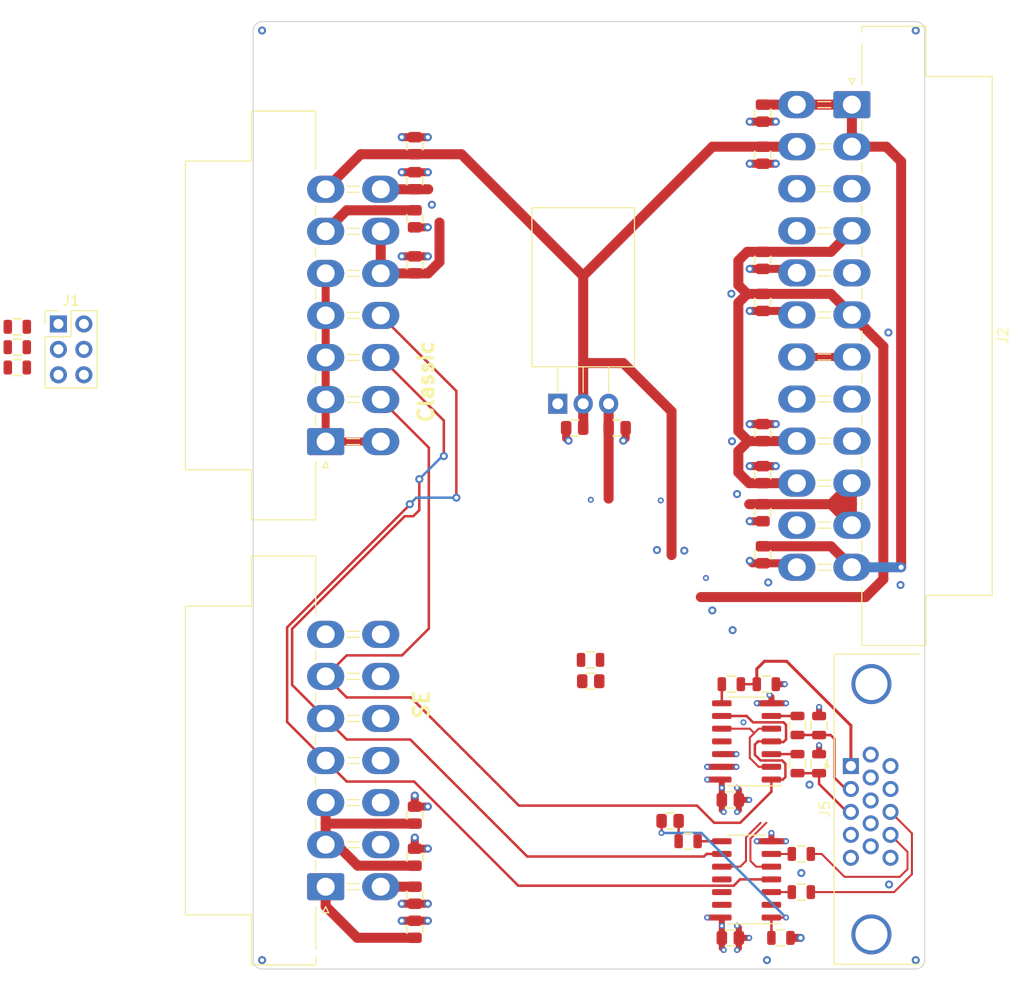
<source format=kicad_pcb>
(kicad_pcb (version 20221018) (generator pcbnew)
  (layers (0 "F.Cu" signal) (1 "In1.Cu" signal) (2 "In2.Cu" signal) (31 "B.Cu" signal) (34 "B.Paste" user) (35 "F.Paste" user) (36 "B.SilkS" user "B.Silkscreen") (37 "F.SilkS" user "F.Silkscreen") (38 "B.Mask" user) (39 "F.Mask" user) (44 "Edge.Cuts" user))
  (net 0 "")
  (net 1 "+12V")
  (net 2 "GND")
  (net 3 "+5V")
  (net 4 "+3V3")
  (net 5 "-12V")
  (net 6 "-5V")
  (net 7 "/HSx")
  (net 8 "/VSx")
  (net 9 "/PWR_OK")
  (net 10 "+5VP")
  (net 11 "Net-(C17-Pad1)")
  (net 12 "/HSf")
  (net 13 "/Ci")
  (net 14 "/HSi")
  (net 15 "/VSi")
  (net 16 "/Ro")
  (net 17 "/Go")
  (net 18 "/Bo")
  (net 19 "/HSo")
  (net 20 "/VSo")
  (net 21 "Net-(R4-Pad1)")
  (net 22 "Net-(R5-Pad1)")
  (net 23 "Net-(R6-Pad1)")
  (net 24 "Net-(R8-Pad1)")
  (net 25 "Net-(R10-Pad1)")
  (net 26 "/Cx")
  (net 30 "Net-(R12-Pad1)")
  (net 31 "/~{POR}")
  (net 32 "/~{PS_ON}")
  (net 33 "/AUDIO")
  (net 34 "/PBL")
  (footprint "stdpads:C_0805" (layer "F.Cu") (at 106.26 175.8315)
    (fp_text reference "C10")
    (fp_text value "10u")
  )
  (footprint "stdpads:TO-220-3_Horizontal_TabDown" (layer "F.Cu") (at 91.567 136.271)
    (fp_text reference "U1" hide)
    (fp_text value "LM7905_TO220")
  )
  (footprint "stdpads:PasteHole_1.152mm_NPTH" (layer "F.Cu") (at 61.2775 100.838)
    (fp_text reference "REF**")
    (fp_text value " " hide)
  )
  (footprint "stdpads:R_0805" (layer "F.Cu") (at 35.0545 128.5875 180)
    (fp_text reference "R1")
    (fp_text value "2k2")
  )
  (footprint "stdpads:C_0805" (layer "F.Cu") (at 74.75 177.35 90)
    (fp_text reference "C23")
    (fp_text value "10u")
  )
  (footprint "stdpads:C_0805" (layer "F.Cu") (at 109.5 147.15 -90)
    (fp_text reference "C2")
    (fp_text value "10u")
  )
  (footprint "stdpads:Molex_Mini-Fit_Jr_5569-14A1_2x07_P4.20mm_Horizontal" (layer "F.Cu") (at 65.85 171.9 90)
    (fp_text reference "J4" hide)
    (fp_text value "Classic")
  )
  (footprint "stdpads:C_0805" (layer "F.Cu") (at 74.75 110.499999 -90)
    (fp_text reference "C12")
    (fp_text value "10u")
  )
  (footprint "stdpads:R_0805" (layer "F.Cu") (at 109.8525 164.2745 180)
    (fp_text reference "R7")
    (fp_text value "130")
  )
  (footprint "stdpads:C_0805" (layer "F.Cu") (at 109.5 126.15 -90)
    (fp_text reference "C7")
    (fp_text value "10u")
  )
  (footprint "stdpads:C_0805" (layer "F.Cu") (at 106.26 189.611)
    (fp_text reference "C16")
    (fp_text value "10u")
  )
  (footprint "Connector_Molex:Molex_Mini-Fit_Jr_5569-24A1_2x12_P4.20mm_Horizontal" (layer "F.Cu") (at 118.4 106.4 -90)
    (fp_text reference "J2")
    (fp_text value "ATX")
  )
  (footprint "stdpads:C_0805" (layer "F.Cu") (at 109.5 143.35 90)
    (fp_text reference "C4")
    (fp_text value "10u")
  )
  (footprint "stdpads:C_0805" (layer "F.Cu") (at 74.75 181.55 90)
    (fp_text reference "C22")
    (fp_text value "10u")
  )
  (footprint "Connector_PinHeader_2.54mm:PinHeader_2x03_P2.54mm_Vertical" (layer "F.Cu") (at 39.16 128.3)
    (fp_text reference "J1")
    (fp_text value "XOR")
  )
  (footprint "stdpads:PasteHole_1.152mm_NPTH" (layer "F.Cu") (at 64.389 191.135)
    (fp_text reference "REF**")
    (fp_text value " " hide)
  )
  (footprint "stdpads:R_0805" (layer "F.Cu") (at 35.0545 132.6515 180)
    (fp_text reference "R2")
    (fp_text value "2k2")
  )
  (footprint "stdpads:R_0805" (layer "F.Cu") (at 106.36 164.2745)
    (fp_text reference "R6")
    (fp_text value "150")
  )
  (footprint "stdpads:R_0805" (layer "F.Cu") (at 113.3475 181.229)
    (fp_text reference "R5")
    (fp_text value "47")
  )
  (footprint "stdpads:C_0805" (layer "F.Cu") (at 100.247 177.927 180)
    (fp_text reference "C17")
    (fp_text value "1n")
  )
  (footprint "stdpads:C_0805" (layer "F.Cu") (at 74.75 122.4 90)
    (fp_text reference "C6")
    (fp_text value "10u")
  )
  (footprint "stdpads:R_0805" (layer "F.Cu") (at 112.9665 168.3995 -90)
    (fp_text reference "R8")
    (fp_text value "150")
  )
  (footprint "stdpads:C_0805" (layer "F.Cu") (at 109.5 111.45 90)
    (fp_text reference "C13")
    (fp_text value "10u")
  )
  (footprint "stdpads:PasteHole_1.152mm_NPTH" (layer "F.Cu") (at 119.5705 99.7585)
    (fp_text reference "REF**")
    (fp_text value " " hide)
  )
  (footprint "stdpads:C_0805" (layer "F.Cu") (at 90.717 138.684)
    (fp_text reference "C11")
    (fp_text value "10u")
  )
  (footprint "stdpads:R_0805" (layer "F.Cu") (at 92.3 161.85)
    (fp_text reference "R14")
    (fp_text value "22k")
  )
  (footprint "stdpads:R_0805" (layer "F.Cu") (at 115.1255 172.2145 -90)
    (fp_text reference "R11")
    (fp_text value "130")
  )
  (footprint "stdpads:SOIC-14_3.9mm" (layer "F.Cu") (at 107.8865 183.769 90)
    (fp_text reference "U2")
    (fp_text value "74LVC86AD")
  )
  (footprint "Connector_Dsub:DSUB-15-HD_Female_Horizontal_P2.29x1.98mm_EdgePinOffset3.03mm_Housed_MountingHolesOffset4.94mm" (layer "F.Cu") (at 118.299669 172.45 90)
    (fp_text reference "J5")
    (fp_text value "VGA")
  )
  (footprint "stdpads:R_0805" (layer "F.Cu") (at 115.1255 168.4045 -90)
    (fp_text reference "R9")
    (fp_text value "130")
  )
  (footprint "stdpads:R_0805" (layer "F.Cu") (at 112.9665 172.2095 -90)
    (fp_text reference "R10")
    (fp_text value "150")
  )
  (footprint "stdpads:PasteHole_1.152mm_NPTH" (layer "F.Cu") (at 123.952 189.2935)
    (fp_text reference "REF**")
    (fp_text value " " hide)
  )
  (footprint "stdpads:R_0805" (layer "F.Cu") (at 113.3475 185.039)
    (fp_text reference "R4")
    (fp_text value "47")
  )
  (footprint "stdpads:R_0805" (layer "F.Cu") (at 35.052 130.6215 180)
    (fp_text reference "R3")
    (fp_text value "2k2")
  )
  (footprint "stdpads:C_0805" (layer "F.Cu") (at 74.75 188.75 90)
    (fp_text reference "C19")
    (fp_text value "10u")
  )
  (footprint "stdpads:C_0805" (layer "F.Cu") (at 94.957 138.684 180)
    (fp_text reference "C14")
    (fp_text value "10u")
  )
  (footprint "stdpads:R_0805" (layer "F.Cu") (at 102.047 179.959 180)
    (fp_text reference "R12")
    (fp_text value "47")
  )
  (footprint "stdpads:C_0805" (layer "F.Cu") (at 109.5 107.25 -90)
    (fp_text reference "C9")
    (fp_text value "10u")
  )
  (footprint "stdpads:R_0805" (layer "F.Cu") (at 111.313 189.611 180)
    (fp_text reference "R13")
    (fp_text value "2k2")
  )
  (footprint "stdpads:C_0805" (layer "F.Cu") (at 109.5 121.95 -90)
    (fp_text reference "C5")
    (fp_text value "10u")
  )
  (footprint "stdpads:C_0805" (layer "F.Cu") (at 92.32039 163.978098)
    (fp_text reference "C18")
    (fp_text value "10u")
  )
  (footprint "stdpads:C_0805" (layer "F.Cu") (at 74.75 117.8 90)
    (fp_text reference "C15")
    (fp_text value "10u")
  )
  (footprint "stdpads:C_0805" (layer "F.Cu") (at 109.5 139.15 90)
    (fp_text reference "C3")
    (fp_text value "10u")
  )
  (footprint "stdpads:Molex_Mini-Fit_Jr_5569-14A1_2x07_P4.20mm_Horizontal" (layer "F.Cu") (at 65.85 127.45 90)
    (fp_text reference "J3" hide)
    (fp_text value "SE")
  )
  (footprint "stdpads:C_0805" (layer "F.Cu") (at 109.5 151.35 -90)
    (fp_text reference "C8")
    (fp_text value "10u")
  )
  (footprint "stdpads:C_0805" (layer "F.Cu") (at 74.75 114 90)
    (fp_text reference "C1")
    (fp_text value "10u")
  )
  (footprint "stdpads:SOIC-14_3.9mm" (layer "F.Cu") (at 107.8865 169.9895 90)
    (fp_text reference "U3")
    (fp_text value "74LVC86AD")
  )
  (footprint "stdpads:C_0805" (layer "F.Cu") (at 74.75 185.35 90)
    (fp_text reference "C20")
    (fp_text value "10u")
  )
  (gr_arc (start 125.6665 191.8335) (mid 125.406118 192.462118) (end 124.7775 192.7225) (stroke (width 0.1)) (layer "Edge.Cuts"))
  (gr_arc (start 124.7775 98.1075) (mid 125.406118 98.367882) (end 125.6665 98.9965) (stroke (width 0.1)) (layer "Edge.Cuts"))
  (gr_line (start 59.4995 98.1075) (end 124.7775 98.1075) (stroke (width 0.1)) (layer "Edge.Cuts"))
  (gr_arc (start 59.4995 192.7225) (mid 58.870882 192.462118) (end 58.6105 191.8335) (stroke (width 0.1)) (layer "Edge.Cuts"))
  (gr_line (start 59.4995 192.7225) (end 124.7775 192.7225) (stroke (width 0.1)) (layer "Edge.Cuts"))
  (gr_line (start 125.6665 191.8335) (end 125.6665 98.9965) (stroke (width 0.1)) (layer "Edge.Cuts"))
  (gr_arc (start 58.6105 98.9965) (mid 58.870882 98.367882) (end 59.4995 98.1075) (stroke (width 0.1)) (layer "Edge.Cuts"))
  (gr_line (start 58.6105 191.8335) (end 58.6105 98.9965) (stroke (width 0.1)) (layer "Edge.Cuts"))
  (gr_text "SE" (at 76.3 167.9 90) (layer "F.SilkS") (effects (font (size 1.5 1.5) (thickness 0.3) bold) (justify left bottom)))
  (gr_text "Classic" (at 76.75 138.3 90) (layer "F.SilkS") (effects (font (size 1.5 1.5) (thickness 0.3) bold) (justify left bottom)))
  (segment (start 117.15 146.3) (end 118.4 146.3) (width 1) (layer "F.Cu") (net 1))
  (segment (start 109.5 146.3) (end 116.3 146.3) (width 1) (layer "F.Cu") (net 1))
  (segment (start 116.3 146.3) (end 118.4 148.4) (width 1) (layer "F.Cu") (net 1))
  (segment (start 117.15 146.3) (end 117.9 147.05) (width 1) (layer "F.Cu") (net 1))
  (segment (start 116.3 146.3) (end 118.4 144.2) (width 1) (layer "F.Cu") (net 1))
  (segment (start 76.0945 114.85) (end 74.75 114.85) (width 1) (layer "F.Cu") (net 1))
  (segment (start 116.3 146.3) (end 117.15 146.3) (width 1) (layer "F.Cu") (net 1))
  (segment (start 118.4 144.2) (end 118.4 146.3) (width 1) (layer "F.Cu") (net 1))
  (segment (start 65.85 184.5) (end 65.85 186.45) (width 1) (layer "F.Cu") (net 1))
  (segment (start 109.5 146.3) (end 108.1445 146.3) (width 1) (layer "F.Cu") (net 1))
  (segment (start 74.75 114.85) (end 71.35 114.85) (width 1) (layer "F.Cu") (net 1))
  (segment (start 65.85 186.45) (end 69 189.6) (width 1) (layer "F.Cu") (net 1))
  (segment (start 69 189.6) (end 74.75 189.6) (width 1) (layer "F.Cu") (net 1))
  (segment (start 118.4 146.3) (end 118.4 148.4) (width 1) (layer "F.Cu") (net 1))
  (segment (start 117.15 146.3) (end 117.9 145.55) (width 1) (layer "F.Cu") (net 1))
  (segment (start 110.8025 164.2745) (end 111.6965 164.2745) (width 0.6) (layer "F.Cu") (net 2))
  (segment (start 95.807 139.7145) (end 95.5675 139.954) (width 0.8) (layer "F.Cu") (net 2))
  (segment (start 74.75 113.15) (end 76.05 113.15) (width 0.8) (layer "F.Cu") (net 2))
  (segment (start 105.4115 171.2595) (end 106.8705 171.2595) (width 0.6) (layer "F.Cu") (net 2))
  (segment (start 109.5 142.5) (end 108.2 142.5) (width 0.8) (layer "F.Cu") (net 2))
  (segment (start 109.5 138.3) (end 108.2 138.3) (width 0.8) (layer "F.Cu") (net 2))
  (segment (start 74.75 118.65) (end 76.05 118.65) (width 0.8) (layer "F.Cu") (net 2))
  (segment (start 107.11 176.862) (end 106.934 177.038) (width 0.6) (layer "F.Cu") (net 2))
  (segment (start 74.75 176.5) (end 74.75 175.4) (width 0.8) (layer "F.Cu") (net 2))
  (segment (start 107.11 189.611) (end 107.11 190.6415) (width 0.6) (layer "F.Cu") (net 2))
  (segment (start 109.5 108.1) (end 110.8 108.1) (width 0.8) (layer "F.Cu") (net 2))
  (segment (start 74.75 186.2) (end 73.45 186.2) (width 0.8) (layer "F.Cu") (net 2))
  (segment (start 110.3615 179.959) (end 111.8235 179.959) (width 0.6) (layer "F.Cu") (net 2))
  (segment (start 109.5 112.3) (end 110.8 112.3) (width 0.8) (layer "F.Cu") (net 2))
  (segment (start 110.3615 179.135) (end 110.363 179.1335) (width 0.6) (layer "F.Cu") (net 2))
  (segment (start 109.5 127) (end 108.2 127) (width 0.8) (layer "F.Cu") (net 2))
  (segment (start 110.3615 179.959) (end 110.3615 179.135) (width 0.6) (layer "F.Cu") (net 2))
  (segment (start 89.867 138.684) (end 89.867 139.7145) (width 0.8) (layer "F.Cu") (net 2))
  (segment (start 65.85 131.65) (end 65.85 127.45) (width 0.8) (layer "F.Cu") (net 2))
  (segment (start 110.3615 166.1795) (end 110.3615 165.543) (width 0.6) (layer "F.Cu") (net 2))
  (segment (start 65.85 135.85) (end 65.85 131.65) (width 0.8) (layer "F.Cu") (net 2))
  (segment (start 109.5 142.5) (end 110.8 142.5) (width 0.8) (layer "F.Cu") (net 2))
  (segment (start 74.75 180.7) (end 74.75 179.6) (width 0.8) (layer "F.Cu") (net 2))
  (segment (start 112.5 152.2) (end 112.9 152.6) (width 0.8) (layer "F.Cu") (net 2))
  (segment (start 71.35 140.05) (end 65.85 140.05) (width 0.8) (layer "F.Cu") (net 2))
  (segment (start 108.4485 152.2) (end 108.204 151.9555) (width 0.8) (layer "F.Cu") (net 2))
  (segment (start 112.5 127) (end 112.9 127.4) (width 0.8) (layer "F.Cu") (net 2))
  (segment (start 105.4115 172.5295) (end 103.9495 172.5295) (width 0.6) (layer "F.Cu") (net 2))
  (segment (start 65.85 140.05) (end 65.85 135.85) (width 0.8) (layer "F.Cu") (net 2))
  (segment (start 74.75 187.9) (end 76.05 187.9) (width 0.8) (layer "F.Cu") (net 2))
  (segment (start 115.1255 167.4545) (end 115.1255 166.5605) (width 0.6) (layer "F.Cu") (net 2))
  (segment (start 89.867 139.7145) (end 90.1065 139.954) (width 0.8) (layer "F.Cu") (net 2))
  (segment (start 109.5 127) (end 112.5 127) (width 0.8) (layer "F.Cu") (net 2))
  (segment (start 118.4 131.6) (end 112.9 131.6) (width 0.8) (layer "F.Cu") (net 2))
  (segment (start 109.5 122.8) (end 108.2 122.8) (width 0.8) (layer "F.Cu") (net 2))
  (segment (start 74.75 109.649999) (end 76.05 109.65) (width 0.8) (layer "F.Cu") (net 2))
  (segment (start 109.5 152.2) (end 112.5 152.2) (width 0.8) (layer "F.Cu") (net 2))
  (segment (start 65.85 123.25) (end 65.85 127.45) (width 0.8) (layer "F.Cu") (net 2))
  (segment (start 107.11 174.801) (end 106.934 174.625) (width 0.6) (layer "F.Cu") (net 2))
  (segment (start 74.75 180.7) (end 76.05 180.7) (width 0.8) (layer "F.Cu") (net 2))
  (segment (start 74.75 109.649999) (end 73.45 109.65) (width 0.8) (layer "F.Cu") (net 2))
  (segment (start 110.3615 166.1795) (end 111.8235 166.1795) (width 0.6) (layer "F.Cu") (net 2))
  (segment (start 112.5 122.8) (end 112.9 123.2) (width 0.8) (layer "F.Cu") (net 2))
  (segment (start 74.75 176.5) (end 76.05 176.5) (width 0.8) (layer "F.Cu") (net 2))
  (segment (start 109.5 112.3) (end 108.2 112.3) (width 0.8) (layer "F.Cu") (net 2))
  (segment (start 110.3615 165.543) (end 110.1725 165.354) (width 0.6) (layer "F.Cu") (net 2))
  (segment (start 107.11 189.611) (end 108.1405 189.611) (width 0.6) (layer "F.Cu") (net 2))
  (segment (start 110.3615 179.959) (end 108.9025 179.959) (width 0.6) (layer "F.Cu") (net 2))
  (segment (start 74.75 187.9) (end 73.45 187.9) (width 0.8) (layer "F.Cu") (net 2))
  (segment (start 109.5 138.3) (end 110.8 138.3) (width 0.8) (layer "F.Cu") (net 2))
  (segment (start 107.11 175.8315) (end 108.1405 175.8315) (width 0.6) (layer "F.Cu") (net 2))
  (segment (start 109.5 152.2) (end 108.4485 152.2) (width 0.8) (layer "F.Cu") (net 2))
  (segment (start 107.11 175.8315) (end 107.11 176.862) (width 0.6) (layer "F.Cu") (net 2))
  (segment (start 95.807 138.684) (end 95.807 139.7145) (width 0.8) (layer "F.Cu") (net 2))
  (segment (start 107.11 189.611) (end 107.11 188.5805) (width 0.6) (layer "F.Cu") (net 2))
  (segment (start 105.4115 172.5295) (end 106.8705 172.5295) (width 0.6) (layer "F.Cu") (net 2))
  (segment (start 109.5 122.8) (end 112.5 122.8) (width 0.8) (layer "F.Cu") (net 2))
  (segment (start 107.11 190.6415) (end 106.934 190.8175) (width 0.6) (layer "F.Cu") (net 2))
  (segment (start 109.5 148) (end 108.2 148) (width 0.8) (layer "F.Cu") (net 2))
  (segment (start 74.75 186.2) (end 76.05 186.2) (width 0.8) (layer "F.Cu") (net 2))
  (segment (start 74.75 121.55) (end 76.05 121.55) (width 0.8) (layer "F.Cu") (net 2))
  (segment (start 74.75 121.55) (end 73.45 121.55) (width 0.8) (layer "F.Cu") (net 2))
  (segment (start 107.11 175.8315) (end 107.11 174.801) (width 0.6) (layer "F.Cu") (net 2))
  (segment (start 109.5 108.1) (end 108.2 108.1) (width 0.8) (layer "F.Cu") (net 2))
  (segment (start 110.3615 166.1795) (end 108.9025 166.1795) (width 0.6) (layer "F.Cu") (net 2))
  (segment (start 74.75 113.15) (end 73.45 113.15) (width 0.8) (layer "F.Cu") (net 2))
  (segment (start 115.1255 171.2645) (end 115.1255 170.3705) (width 0.6) (layer "F.Cu") (net 2))
  (segment (start 107.11 188.5805) (end 106.934 188.4045) (width 0.6) (layer "F.Cu") (net 2))
  (via (at 108.1405 189.611) (size 0.6) (drill 0.3) (layers "F.Cu" "B.Cu") (net 2))
  (via (at 76.05 187.9) (size 0.8) (drill 0.4) (layers "F.Cu" "B.Cu") (net 2))
  (via (at 110.1725 165.354) (size 0.6) (drill 0.3) (layers "F.Cu" "B.Cu") (net 2))
  (via (at 59.4995 191.8335) (size 0.8) (drill 0.4) (layers "F.Cu" "B.Cu") (net 2))
  (via (at 122.047 129.159) (size 0.8) (drill 0.4) (layers "F.Cu" "B.Cu") (net 2))
  (via (at 110.8 142.5) (size 0.8) (drill 0.4) (layers "F.Cu" "B.Cu") (net 2))
  (via (at 108.2 122.8) (size 0.8) (drill 0.4) (layers "F.Cu" "B.Cu") (net 2))
  (via (at 111.8235 179.959) (size 0.6) (drill 0.3) (layers "F.Cu" "B.Cu") (net 2))
  (via (at 108.204 151.9555) (size 0.8) (drill 0.4) (layers "F.Cu" "B.Cu") (net 2))
  (via (at 106.8705 172.5295) (size 0.6) (drill 0.3) (layers "F.Cu" "B.Cu") (net 2))
  (via (at 110.363 179.1335) (size 0.6) (drill 0.3) (layers "F.Cu" "B.Cu") (net 2))
  (via (at 108.9025 179.959) (size 0.6) (drill 0.3) (layers "F.Cu" "B.Cu") (net 2))
  (via (at 101.6635 150.9395) (size 0.8) (drill 0.4) (layers "F.Cu" "B.Cu") (net 2))
  (via (at 110.0455 154.1145) (size 0.8) (drill 0.4) (layers "F.Cu" "B.Cu") (net 2))
  (via (at 73.45 186.2) (size 0.8) (drill 0.4) (layers "F.Cu" "B.Cu") (net 2))
  (via (at 106.934 174.625) (size 0.6) (drill 0.3) (layers "F.Cu" "B.Cu") (net 2))
  (via (at 124.7775 98.9965) (size 0.8) (drill 0.4) (layers "F.Cu" "B.Cu") (net 2))
  (via (at 99.314 145.923) (size 0.6) (drill 0.3) (layers "F.Cu" "B.Cu") (net 2))
  (via (at 108.2 127) (size 0.8) (drill 0.4) (layers "F.Cu" "B.Cu") (net 2))
  (via (at 106.934 177.038) (size 0.6) (drill 0.3) (layers "F.Cu" "B.Cu") (net 2))
  (via (at 106.934 190.8175) (size 0.6) (drill 0.3) (layers "F.Cu" "B.Cu") (net 2))
  (via (at 76.05 186.2) (size 0.8) (drill 0.4) (layers "F.Cu" "B.Cu") (net 2))
  (via (at 108.2 142.5) (size 0.8) (drill 0.4) (layers "F.Cu" "B.Cu") (net 2))
  (via (at 109.9185 191.8335) (size 0.8) (drill 0.4) (layers "F.Cu" "B.Cu") (net 2))
  (via (at 92.329 145.8595) (size 0.6) (drill 0.3) (layers "F.Cu" "B.Cu") (net 2))
  (via (at 106.8705 171.2595) (size 0.6) (drill 0.3) (layers "F.Cu" "B.Cu") (net 2))
  (via (at 74.75 179.6) (size 0.8) (drill 0.4) (layers "F.Cu" "B.Cu") (net 2))
  (via (at 108.2 148) (size 0.8) (drill 0.4) (layers "F.Cu" "B.Cu") (net 2))
  (via (at 73.45 187.9) (size 0.8) (drill 0.4) (layers "F.Cu" "B.Cu") (net 2))
  (via (at 106.4895 158.877) (size 0.8) (drill 0.4) (layers "F.Cu" "B.Cu") (net 2))
  (via (at 106.426 140.0175) (size 0.8) (drill 0.4) (layers "F.Cu" "B.Cu") (net 2))
  (via (at 108.2 112.3) (size 0.8) (drill 0.4) (layers "F.Cu" "B.Cu") (net 2))
  (via (at 76.05 109.65) (size 0.8) (drill 0.4) (layers "F.Cu" "B.Cu") (net 2))
  (via (at 108.2 108.1) (size 0.8) (drill 0.4) (layers "F.Cu" "B.Cu") (net 2))
  (via (at 73.45 121.55) (size 0.8) (drill 0.4) (layers "F.Cu" "B.Cu") (net 2))
  (via (at 95.5675 139.954) (size 0.8) (drill 0.4) (layers "F.Cu" "B.Cu") (net 2))
  (via (at 122.1105 184.277) (size 0.8) (drill 0.4) (layers "F.Cu" "B.Cu") (net 2))
  (via (at 115.1255 166.5605) (size 0.6) (drill 0.3) (layers "F.Cu" "B.Cu") (net 2))
  (via (at 76.05 113.15) (size 0.8) (drill 0.4) (layers "F.Cu" "B.Cu") (net 2))
  (via (at 108.2 138.3) (size 0.8) (drill 0.4) (layers "F.Cu" "B.Cu") (net 2))
  (via (at 106.934 188.4045) (size 0.6) (drill 0.3) (layers "F.Cu" "B.Cu") (net 2))
  (via (at 106.934 145.288) (size 0.8) (drill 0.4) (layers "F.Cu" "B.Cu") (net 2))
  (via (at 123.2535 154.3685) (size 0.8) (drill 0.4) (layers "F.Cu" "B.Cu") (net 2))
  (via (at 111.8235 166.1795) (size 0.6) (drill 0.3) (layers "F.Cu" "B.Cu") (net 2))
  (via (at 106.3625 125.2855) (size 0.8) (drill 0.4) (layers "F.Cu" "B.Cu") (net 2))
  (via (at 108.9025 166.1795) (size 0.6) (drill 0.3) (layers "F.Cu" "B.Cu") (net 2))
  (via (at 76.05 176.5) (size 0.8) (drill 0.4) (layers "F.Cu" "B.Cu") (net 2))
  (via (at 59.4995 98.9965) (size 0.8) (drill 0.4) (layers "F.Cu" "B.Cu") (net 2))
  (via (at 114.173 174.3075) (size 0.8) (drill 0.4) (layers "F.Cu" "B.Cu") (net 2))
  (via (at 90.1065 139.954) (size 0.8) (drill 0.4) (layers "F.Cu" "B.Cu") (net 2))
  (via (at 111.6965 164.2745) (size 0.6) (drill 0.3) (layers "F.Cu" "B.Cu") (net 2))
  (via (at 76.05 121.55) (size 0.8) (drill 0.4) (layers "F.Cu" "B.Cu") (net 2))
  (via (at 108.1405 175.8315) (size 0.6) (drill 0.3) (layers "F.Cu" "B.Cu") (net 2))
  (via (at 103.8225 153.67) (size 0.6) (drill 0.3) (layers "F.Cu" "B.Cu") (net 2))
  (via (at 110.8 108.1) (size 0.8) (drill 0.4) (layers "F.Cu" "B.Cu") (net 2))
  (via (at 76.05 180.7) (size 0.8) (drill 0.4) (layers "F.Cu" "B.Cu") (net 2))
  (via (at 124.7775 191.8335) (size 0.8) (drill 0.4) (layers "F.Cu" "B.Cu") (net 2))
  (via (at 110.8 138.3) (size 0.8) (drill 0.4) (layers "F.Cu" "B.Cu") (net 2))
  (via (at 110.8 112.3) (size 0.8) (drill 0.4) (layers "F.Cu" "B.Cu") (net 2))
  (via (at 74.75 175.4) (size 0.8) (drill 0.4) (layers "F.Cu" "B.Cu") (net 2))
  (via (at 103.9495 172.5295) (size 0.6) (drill 0.3) (layers "F.Cu" "B.Cu") (net 2))
  (via (at 76.05 118.65) (size 0.8) (drill 0.4) (layers "F.Cu" "B.Cu") (net 2))
  (via (at 113.3475 183.134) (size 0.8) (drill 0.4) (layers "F.Cu" "B.Cu") (net 2))
  (via (at 76.454 116.3955) (size 0.8) (drill 0.4) (layers "F.Cu" "B.Cu") (net 2))
  (via (at 98.933 150.876) (size 0.8) (drill 0.4) (layers "F.Cu" "B.Cu") (net 2))
  (via (at 73.45 113.15) (size 0.8) (drill 0.4) (layers "F.Cu" "B.Cu") (net 2))
  (via (at 104.4575 156.9085) (size 0.8) (drill 0.4) (layers "F.Cu" "B.Cu") (net 2))
  (via (at 107.569 168.0845) (size 0.6) (drill 0.3) (layers "F.Cu" "B.Cu") (net 2))
  (via (at 115.1255 170.3705) (size 0.6) (drill 0.3) (layers "F.Cu" "B.Cu") (net 2))
  (via (at 73.45 109.65) (size 0.8) (drill 0.4) (layers "F.Cu" "B.Cu") (net 2))
  (segment (start 119.761 155.575) (end 103.3145 155.575) (width 1) (layer "F.Cu") (net 3))
  (segment (start 71.35 123.25) (end 71.35 119.05) (width 1) (layer "F.Cu") (net 3))
  (segment (start 112.263 189.611) (end 113.284 189.611) (width 0.8) (layer "F.Cu") (net 3))
  (segment (start 74.75 178.2) (end 65.85 178.2) (width 1) (layer "F.Cu") (net 3))
  (segment (start 121.539 153.797) (end 119.761 155.575) (width 1) (layer "F.Cu") (net 3))
  (segment (start 109.5 121.1) (end 116.3 121.1) (width 1) (layer "F.Cu") (net 3))
  (segment (start 74.75 123.25) (end 71.35 123.25) (width 1) (layer "F.Cu") (net 3))
  (segment (start 76.0765 123.25) (end 74.75 123.25) (width 1) (layer "F.Cu") (net 3))
  (segment (start 69.05 182.4) (end 66.95 180.3) (width 1) (layer "F.Cu") (net 3))
  (segment (start 65.85 178.2) (end 65.85 176.1) (width 1) (layer "F.Cu") (net 3))
  (segment (start 65.85 180.3) (end 65.85 178.2) (width 1) (layer "F.Cu") (net 3))
  (segment (start 107.061 140.9985) (end 108.0595 140) (width 1) (layer "F.Cu") (net 3))
  (segment (start 109.5 140) (end 108.0595 140) (width 1) (layer "F.Cu") (net 3))
  (segment (start 121.539 130.539) (end 121.539 153.797) (width 1) (layer "F.Cu") (net 3))
  (segment (start 77.216 118.1735) (end 77.216 122.1105) (width 1) (layer "F.Cu") (net 3))
  (segment (start 116.3 125.3) (end 118.4 127.4) (width 1) (layer "F.Cu") (net 3))
  (segment (start 118.4 127.4) (end 121.539 130.539) (width 1) (layer "F.Cu") (net 3))
  (segment (start 77.216 122.1105) (end 76.0765 123.25) (width 1) (layer "F.Cu") (net 3))
  (segment (start 107.061 139.0015) (end 107.061 126.189) (width 1) (layer "F.Cu") (net 3))
  (segment (start 107.061 121.9835) (end 107.9445 121.1) (width 1) (layer "F.Cu") (net 3))
  (segment (start 109.5 144.2) (end 108.132 144.2) (width 1) (layer "F.Cu") (net 3))
  (segment (start 107.9445 121.1) (end 109.5 121.1) (width 1) (layer "F.Cu") (net 3))
  (segment (start 66.95 180.3) (end 65.85 180.3) (width 1) (layer "F.Cu") (net 3))
  (segment (start 107.061 143.129) (end 107.061 140.9985) (width 1) (layer "F.Cu") (net 3))
  (segment (start 74.75 182.4) (end 69.05 182.4) (width 1) (layer "F.Cu") (net 3))
  (segment (start 109.5 140) (end 112.9 140) (width 1) (layer "F.Cu") (net 3))
  (segment (start 112.9 144.2) (end 109.5 144.2) (width 1) (layer "F.Cu") (net 3))
  (segment (start 107.061 126.189) (end 107.95 125.3) (width 1) (layer "F.Cu") (net 3))
  (segment (start 109.5 125.3) (end 107.95 125.3) (width 1) (layer "F.Cu") (net 3))
  (segment (start 116.3 121.1) (end 118.4 119) (width 1) (layer "F.Cu") (net 3))
  (segment (start 108.0595 140) (end 107.061 139.0015) (width 1) (layer "F.Cu") (net 3))
  (segment (start 107.061 124.411) (end 107.061 121.9835) (width 1) (layer "F.Cu") (net 3))
  (segment (start 107.95 125.3) (end 107.061 124.411) (width 1) (layer "F.Cu") (net 3))
  (segment (start 108.132 144.2) (end 107.061 143.129) (width 1) (layer "F.Cu") (net 3))
  (segment (start 109.5 125.3) (end 116.3 125.3) (width 1) (layer "F.Cu") (net 3))
  (via (at 113.284 189.611) (size 0.8) (drill 0.4) (layers "F.Cu" "B.Cu") (net 3))
  (segment (start 109.5 150.5) (end 116.3 150.5) (width 1) (layer "F.Cu") (net 4))
  (segment (start 105.41 175.8315) (end 105.41 176.8475) (width 0.6) (layer "F.Cu") (net 4))
  (segment (start 105.41 189.611) (end 105.41 188.4045) (width 0.6) (layer "F.Cu") (net 4))
  (segment (start 105.4115 175.703) (end 105.41 175.7045) (width 0.6) (layer "F.Cu") (net 4))
  (segment (start 105.4115 187.579) (end 105.4115 188.403) (width 0.6) (layer "F.Cu") (net 4))
  (segment (start 105.4115 187.579) (end 103.9495 187.579) (width 0.6) (layer "F.Cu") (net 4))
  (segment (start 105.4115 173.7995) (end 103.9495 173.7995) (width 0.6) (layer "F.Cu") (net 4))
  (segment (start 123.317 112.0775) (end 121.8395 110.6) (width 1) (layer "F.Cu") (net 4))
  (segment (start 105.41 175.8315) (end 105.41 174.625) (width 0.6) (layer "F.Cu") (net 4))
  (segment (start 105.41 190.627) (end 105.6005 190.8175) (width 0.6) (layer "F.Cu") (net 4))
  (segment (start 105.41 176.8475) (end 105.6005 177.038) (width 0.6) (layer "F.Cu") (net 4))
  (segment (start 118.4 106.4) (end 112.9 106.4) (width 1) (layer "F.Cu") (net 4))
  (segment (start 105.4115 174.6235) (end 105.41 174.625) (width 0.6) (layer "F.Cu") (net 4))
  (segment (start 109.5 106.4) (end 112.9 106.4) (width 1) (layer "F.Cu") (net 4))
  (segment (start 105.41 189.611) (end 105.41 190.627) (width 0.6) (layer "F.Cu") (net 4))
  (segment (start 121.8395 110.6) (end 118.4 110.6) (width 1) (layer "F.Cu") (net 4))
  (segment (start 118.4 110.6) (end 118.4 106.4) (width 1) (layer "F.Cu") (net 4))
  (segment (start 105.4115 173.7995) (end 105.4115 174.6235) (width 0.6) (layer "F.Cu") (net 4))
  (segment (start 105.4115 188.403) (end 105.41 188.4045) (width 0.6) (layer "F.Cu") (net 4))
  (segment (start 123.317 152.6) (end 123.317 112.0775) (width 1) (layer "F.Cu") (net 4))
  (segment (start 116.3 150.5) (end 118.4 152.6) (width 1) (layer "F.Cu") (net 4))
  (via (at 123.317 152.6) (size 1) (drill 0.5) (layers "F.Cu" "B.Cu") (net 4))
  (via (at 103.9495 173.7995) (size 0.6) (drill 0.3) (layers "F.Cu" "B.Cu") (net 4))
  (via (at 105.6005 177.038) (size 0.6) (drill 0.3) (layers "F.Cu" "B.Cu") (net 4))
  (via (at 105.6005 190.8175) (size 0.6) (drill 0.3) (layers "F.Cu" "B.Cu") (net 4))
  (via (at 105.41 188.4045) (size 0.6) (drill 0.3) (layers "F.Cu" "B.Cu") (net 4))
  (via (at 105.41 174.625) (size 0.6) (drill 0.3) (layers "F.Cu" "B.Cu") (net 4))
  (via (at 103.9495 187.579) (size 0.6) (drill 0.3) (layers "F.Cu" "B.Cu") (net 4))
  (segment (start 123.317 152.6) (end 118.4 152.6) (width 1) (layer "B.Cu") (net 4))
  (segment (start 91.567 123.5075) (end 104.4745 110.6) (width 1) (layer "F.Cu") (net 5))
  (segment (start 95.5675 132.207) (end 100.3935 137.033) (width 1) (layer "F.Cu") (net 5))
  (segment (start 79.409499 111.349999) (end 74.75 111.349999) (width 1) (layer "F.Cu") (net 5))
  (segment (start 112.9 110.6) (end 109.5 110.6) (width 1) (layer "F.Cu") (net 5))
  (segment (start 69.350001 111.349999) (end 65.85 114.85) (width 1) (layer "F.Cu") (net 5))
  (segment (start 100.3935 137.033) (end 100.3935 151.384) (width 1) (layer "F.Cu") (net 5))
  (segment (start 74.75 111.349999) (end 69.350001 111.349999) (width 1) (layer "F.Cu") (net 5))
  (segment (start 91.567 132.207) (end 95.5675 132.207) (width 1) (layer "F.Cu") (net 5))
  (segment (start 91.567 136.271) (end 91.567 132.207) (width 1) (layer "F.Cu") (net 5))
  (segment (start 104.4745 110.6) (end 109.5 110.6) (width 1) (layer "F.Cu") (net 5))
  (segment (start 91.567 123.5075) (end 79.409499 111.349999) (width 1) (layer "F.Cu") (net 5))
  (segment (start 91.567 132.207) (end 91.567 123.5075) (width 1) (layer "F.Cu") (net 5))
  (segment (start 91.567 136.271) (end 91.567 138.684) (width 1) (layer "F.Cu") (net 5))
  (segment (start 74.75 184.5) (end 71.35 184.5) (width 1) (layer "F.Cu") (net 5))
  (segment (start 67.95 116.95) (end 65.85 119.05) (width 1) (layer "F.Cu") (net 6))
  (segment (start 74.75 116.95) (end 67.95 116.95) (width 1) (layer "F.Cu") (net 6))
  (segment (start 94.107 136.271) (end 94.107 138.684) (width 1) (layer "F.Cu") (net 6))
  (segment (start 94.107 138.684) (end 94.107 145.743) (width 1) (layer "F.Cu") (net 6))
  (segment (start 107.823 179.959) (end 107.823 179.578) (width 0.2) (layer "F.Cu") (net 7))
  (segment (start 107.823 181.9275) (end 107.823 179.959) (width 0.2) (layer "F.Cu") (net 7))
  (segment (start 107.823 179.578) (end 109.2835 178.1175) (width 0.2) (layer "F.Cu") (net 7))
  (segment (start 107.569 182.1815) (end 107.823 181.9275) (width 0.2) (layer "F.Cu") (net 7))
  (segment (start 105.4115 182.499) (end 107.2515 182.499) (width 0.2) (layer "F.Cu") (net 7))
  (segment (start 107.2515 182.499) (end 107.569 182.1815) (width 0.2) (layer "F.Cu") (net 7))
  (segment (start 108.2675 179.705) (end 109.855 178.1175) (width 0.2) (layer "F.Cu") (net 8))
  (segment (start 108.2675 179.7685) (end 108.2675 179.705) (width 0.2) (layer "F.Cu") (net 8))
  (segment (start 108.585 182.245) (end 108.2675 181.9275) (width 0.2) (layer "F.Cu") (net 8))
  (segment (start 108.839 182.499) (end 108.585 182.245) (width 0.2) (layer "F.Cu") (net 8))
  (segment (start 108.2675 181.9275) (end 108.2675 179.7685) (width 0.2) (layer "F.Cu") (net 8))
  (segment (start 110.3615 182.499) (end 108.839 182.499) (width 0.2) (layer "F.Cu") (net 8))
  (segment (start 101.097 179.959) (end 101.097 177.927) (width 0.25) (layer "F.Cu") (net 11))
  (segment (start 110.363 187.5805) (end 110.3615 187.579) (width 0.25) (layer "F.Cu") (net 12))
  (segment (start 99.397 179.119) (end 99.3825 179.1335) (width 0.25) (layer "F.Cu") (net 12))
  (segment (start 99.397 177.927) (end 99.397 179.119) (width 0.25) (layer "F.Cu") (net 12))
  (segment (start 110.363 189.611) (end 110.363 187.5805) (width 0.25) (layer "F.Cu") (net 12))
  (segment (start 110.3615 187.579) (end 111.8235 187.579) (width 0.25) (layer "F.Cu") (net 12))
  (via (at 111.8235 187.579) (size 0.6) (drill 0.3) (layers "F.Cu" "B.Cu") (net 12))
  (via (at 99.3825 179.1335) (size 0.6) (drill 0.3) (layers "F.Cu" "B.Cu") (net 12))
  (segment (start 99.3825 179.1335) (end 103.378 179.1335) (width 0.25) (layer "B.Cu") (net 12))
  (segment (start 103.378 179.1335) (end 111.8235 187.579) (width 0.25) (layer "B.Cu") (net 12))
  (segment (start 67.95 161.4) (end 65.85 163.5) (width 0.25) (layer "F.Cu") (net 13))
  (segment (start 111.8235 169.799) (end 111.5695 170.053) (width 0.25) (layer "F.Cu") (net 13))
  (segment (start 65.85 163.5) (end 67.95 165.6) (width 0.25) (layer "F.Cu") (net 13))
  (segment (start 107.8865 167.4495) (end 108.5215 168.0845) (width 0.25) (layer "F.Cu") (net 13))
  (segment (start 105.4115 167.4495) (end 107.8865 167.4495) (width 0.25) (layer "F.Cu") (net 13))
  (segment (start 111.4425 171.8945) (end 111.76 172.212) (width 0.25) (layer "F.Cu") (net 13))
  (segment (start 109.0295 169.9895) (end 108.712 170.307) (width 0.25) (layer "F.Cu") (net 13))
  (segment (start 111.5695 168.0845) (end 111.8235 168.3385) (width 0.25) (layer "F.Cu") (net 13))
  (segment (start 111.506 173.7995) (end 110.3615 173.7995) (width 0.25) (layer "F.Cu") (net 13))
  (segment (start 109.2835 171.8945) (end 111.4425 171.8945) (width 0.25) (layer "F.Cu") (net 13))
  (segment (start 67.95 165.6) (end 74.3505 165.6) (width 0.25) (layer "F.Cu") (net 13))
  (segment (start 110.3615 169.9895) (end 109.0295 169.9895) (width 0.25) (layer "F.Cu") (net 13))
  (segment (start 111.76 173.5455) (end 111.506 173.7995) (width 0.25) (layer "F.Cu") (net 13))
  (segment (start 111.76 172.212) (end 111.76 173.5455) (width 0.25) (layer "F.Cu") (net 13))
  (segment (start 108.712 171.323) (end 109.2835 171.8945) (width 0.25) (layer "F.Cu") (net 13))
  (segment (start 111.8235 168.3385) (end 111.8235 169.799) (width 0.25) (layer "F.Cu") (net 13))
  (segment (start 108.712 170.307) (end 108.712 171.323) (width 0.25) (layer "F.Cu") (net 13))
  (segment (start 71.35 135.85) (end 76.15 140.65) (width 0.25) (layer "F.Cu") (net 13))
  (segment (start 102.9335 176.403) (end 104.648 178.1175) (width 0.25) (layer "F.Cu") (net 13))
  (segment (start 104.648 178.1175) (end 107.2515 178.1175) (width 0.25) (layer "F.Cu") (net 13))
  (segment (start 76.15 140.65) (end 76.15 158.725) (width 0.25) (layer "F.Cu") (net 13))
  (segment (start 85.1535 176.403) (end 102.9335 176.403) (width 0.25) (layer "F.Cu") (net 13))
  (segment (start 108.5215 168.0845) (end 111.5695 168.0845) (width 0.25) (layer "F.Cu") (net 13))
  (segment (start 110.425 170.053) (end 110.3615 169.9895) (width 0.25) (layer "F.Cu") (net 13))
  (segment (start 107.2515 178.1175) (end 110.3615 175.0075) (width 0.25) (layer "F.Cu") (net 13))
  (segment (start 111.5695 170.053) (end 110.425 170.053) (width 0.25) (layer "F.Cu") (net 13))
  (segment (start 73.475 161.4) (end 67.95 161.4) (width 0.25) (layer "F.Cu") (net 13))
  (segment (start 76.15 158.725) (end 73.475 161.4) (width 0.25) (layer "F.Cu") (net 13))
  (segment (start 110.3615 175.0075) (end 110.3615 173.7995) (width 0.25) (layer "F.Cu") (net 13))
  (segment (start 74.3505 165.6) (end 85.1535 176.403) (width 0.25) (layer "F.Cu") (net 13))
  (segment (start 103.886 181.229) (end 105.4115 181.229) (width 0.25) (layer "F.Cu") (net 14))
  (segment (start 67.95 169.8) (end 74.296 169.8) (width 0.25) (layer "F.Cu") (net 14))
  (segment (start 62.5 158.75) (end 65.25 156) (width 0.25) (layer "F.Cu") (net 14))
  (segment (start 77.65 137.95) (end 77.65 141.5) (width 0.25) (layer "F.Cu") (net 14))
  (segment (start 85.979 181.483) (end 103.632 181.483) (width 0.25) (layer "F.Cu") (net 14))
  (segment (start 75.2 146.9) (end 75.2 143.8) (width 0.25) (layer "F.Cu") (net 14))
  (segment (start 74.6 147.5) (end 75.2 146.9) (width 0.25) (layer "F.Cu") (net 14))
  (segment (start 74.296 169.8) (end 85.979 181.483) (width 0.25) (layer "F.Cu") (net 14))
  (segment (start 71.35 131.65) (end 77.65 137.95) (width 0.25) (layer "F.Cu") (net 14))
  (segment (start 65.85 167.7) (end 62.5 164.35) (width 0.25) (layer "F.Cu") (net 14))
  (segment (start 65.25 156) (end 73.75 147.5) (width 0.25) (layer "F.Cu") (net 14))
  (segment (start 103.632 181.483) (end 103.886 181.229) (width 0.25) (layer "F.Cu") (net 14))
  (segment (start 73.75 147.5) (end 74.6 147.5) (width 0.25) (layer "F.Cu") (net 14))
  (segment (start 62.5 164.35) (end 62.5 158.75) (width 0.25) (layer "F.Cu") (net 14))
  (segment (start 65.85 167.7) (end 67.95 169.8) (width 0.25) (layer "F.Cu") (net 14))
  (via (at 75.2 143.8) (size 0.8) (drill 0.4) (layers "F.Cu" "B.Cu") (net 14))
  (via (at 77.65 141.5) (size 0.8) (drill 0.4) (layers "F.Cu" "B.Cu") (net 14))
  (segment (start 75.2 143.8) (end 77.5 141.5) (width 0.25) (layer "B.Cu") (net 14))
  (segment (start 77.5 141.5) (end 77.65 141.5) (width 0.25) (layer "B.Cu") (net 14))
  (segment (start 78.9 145.65) (end 78.9 135) (width 0.25) (layer "F.Cu") (net 15))
  (segment (start 62 168.05) (end 62 158.6) (width 0.25) (layer "F.Cu") (net 15))
  (segment (start 74.25 146.35) (end 74.25 146.3) (width 0.25) (layer "F.Cu") (net 15))
  (segment (start 62 158.6) (end 65.1 155.5) (width 0.25) (layer "F.Cu") (net 15))
  (segment (start 74.686 174) (end 85.086 184.4) (width 0.25) (layer "F.Cu") (net 15))
  (segment (start 65.85 171.9) (end 67.95 174) (width 0.25) (layer "F.Cu") (net 15))
  (segment (start 65.1 155.5) (end 74.25 146.35) (width 0.25) (layer "F.Cu") (net 15))
  (segment (start 67.95 174) (end 74.686 174) (width 0.25) (layer "F.Cu") (net 15))
  (segment (start 106.6 184.4) (end 107.231 183.769) (width 0.25) (layer "F.Cu") (net 15))
  (segment (start 78.9 135) (end 71.35 127.45) (width 0.25) (layer "F.Cu") (net 15))
  (segment (start 65.85 171.9) (end 62 168.05) (width 0.25) (layer "F.Cu") (net 15))
  (segment (start 85.086 184.4) (end 106.6 184.4) (width 0.25) (layer "F.Cu") (net 15))
  (segment (start 107.231 183.769) (end 110.3615 183.769) (width 0.25) (layer "F.Cu") (net 15))
  (via (at 74.25 146.3) (size 0.8) (drill 0.4) (layers "F.Cu" "B.Cu") (net 15))
  (via (at 78.9 145.65) (size 0.8) (drill 0.4) (layers "F.Cu" "B.Cu") (net 15))
  (segment (start 74.9 145.65) (end 78.9 145.65) (width 0.25) (layer "B.Cu") (net 15))
  (segment (start 74.25 146.3) (end 74.9 145.65) (width 0.25) (layer "B.Cu") (net 15))
  (segment (start 111.887 161.9885) (end 109.6645 161.9885) (width 0.3) (layer "F.Cu") (net 16))
  (segment (start 108.9025 162.7505) (end 108.9025 164.2745) (width 0.3) (layer "F.Cu") (net 16))
  (segment (start 118.299669 168.401169) (end 111.887 161.9885) (width 0.3) (layer "F.Cu") (net 16))
  (segment (start 108.9025 164.2745) (end 107.31 164.2745) (width 0.25) (layer "F.Cu") (net 16))
  (segment (start 109.6645 161.9885) (end 108.9025 162.7505) (width 0.3) (layer "F.Cu") (net 16))
  (segment (start 118.299669 172.45) (end 118.299669 168.401169) (width 0.3) (layer "F.Cu") (net 16))
  (segment (start 116.6495 169.7355) (end 116.6495 173.609) (width 0.25) (layer "F.Cu") (net 17))
  (segment (start 117.7805 174.74) (end 118.299669 174.74) (width 0.25) (layer "F.Cu") (net 17))
  (segment (start 115.1255 169.3545) (end 116.2685 169.3545) (width 0.25) (layer "F.Cu") (net 17))
  (segment (start 115.1205 169.3495) (end 115.1255 169.3545) (width 0.25) (layer "F.Cu") (net 17))
  (segment (start 112.9665 169.3495) (end 115.1205 169.3495) (width 0.25) (layer "F.Cu") (net 17))
  (segment (start 116.6495 173.609) (end 117.7805 174.74) (width 0.25) (layer "F.Cu") (net 17))
  (segment (start 116.2685 169.3545) (end 116.6495 169.7355) (width 0.25) (layer "F.Cu") (net 17))
  (segment (start 115.1255 173.1645) (end 112.9715 173.1645) (width 0.25) (layer "F.Cu") (net 18))
  (segment (start 115.1255 174.244) (end 117.9115 177.03) (width 0.25) (layer "F.Cu") (net 18))
  (segment (start 115.1255 173.1645) (end 115.1255 174.244) (width 0.25) (layer "F.Cu") (net 18))
  (segment (start 112.9715 173.1645) (end 112.9665 173.1595) (width 0.25) (layer "F.Cu") (net 18))
  (segment (start 117.9115 177.03) (end 118.299669 177.03) (width 0.25) (layer "F.Cu") (net 18))
  (segment (start 124.3965 179.166831) (end 124.3965 183.2535) (width 0.2) (layer "F.Cu") (net 19))
  (segment (start 122.611 185.039) (end 114.2975 185.039) (width 0.2) (layer "F.Cu") (net 19))
  (segment (start 122.259669 177.03) (end 124.3965 179.166831) (width 0.2) (layer "F.Cu") (net 19))
  (segment (start 124.3965 183.2535) (end 122.611 185.039) (width 0.2) (layer "F.Cu") (net 19))
  (segment (start 123.185 183.515) (end 117.6655 183.515) (width 0.2) (layer "F.Cu") (net 20))
  (segment (start 122.259669 179.32) (end 123.952 181.012331) (width 0.2) (layer "F.Cu") (net 20))
  (segment (start 123.952 182.748) (end 123.185 183.515) (width 0.2) (layer "F.Cu") (net 20))
  (segment (start 123.952 181.012331) (end 123.952 182.748) (width 0.2) (layer "F.Cu") (net 20))
  (segment (start 115.3795 181.229) (end 114.2975 181.229) (width 0.2) (layer "F.Cu") (net 20))
  (segment (start 117.6655 183.515) (end 115.3795 181.229) (width 0.2) (layer "F.Cu") (net 20))
  (segment (start 112.3975 185.039) (end 110.3615 185.039) (width 0.2) (layer "F.Cu") (net 21))
  (segment (start 110.3615 181.229) (end 112.3975 181.229) (width 0.2) (layer "F.Cu") (net 22))
  (segment (start 105.4115 166.1795) (end 105.4115 164.276) (width 0.25) (layer "F.Cu") (net 23))
  (segment (start 105.4115 164.276) (end 105.41 164.2745) (width 0.25) (layer "F.Cu") (net 23))
  (segment (start 110.3615 167.4495) (end 112.9665 167.4495) (width 0.25) (layer "F.Cu") (net 24))
  (segment (start 110.3615 171.2595) (end 112.9665 171.2595) (width 0.25) (layer "F.Cu") (net 25))
  (segment (start 105.4115 168.7195) (end 108.204 168.7195) (width 0.2) (layer "F.Cu") (net 26))
  (segment (start 108.6485 169.164) (end 108.204 169.6085) (width 0.2) (layer "F.Cu") (net 26))
  (segment (start 108.204 169.6085) (end 108.204 171.6405) (width 0.2) (layer "F.Cu") (net 26))
  (segment (start 109.093 172.5295) (end 110.3615 172.5295) (width 0.2) (layer "F.Cu") (net 26))
  (segment (start 109.093 168.7195) (end 108.6485 169.164) (width 0.2) (layer "F.Cu") (net 26))
  (segment (start 110.3615 168.7195) (end 109.093 168.7195) (width 0.2) (layer "F.Cu") (net 26))
  (segment (start 108.204 168.7195) (end 108.6485 169.164) (width 0.2) (layer "F.Cu") (net 26))
  (segment (start 108.204 171.6405) (end 109.093 172.5295) (width 0.2) (layer "F.Cu") (net 26))
  (segment (start 102.997 179.959) (end 105.4115 179.959) (width 0.25) (layer "F.Cu") (net 30))
)
</source>
